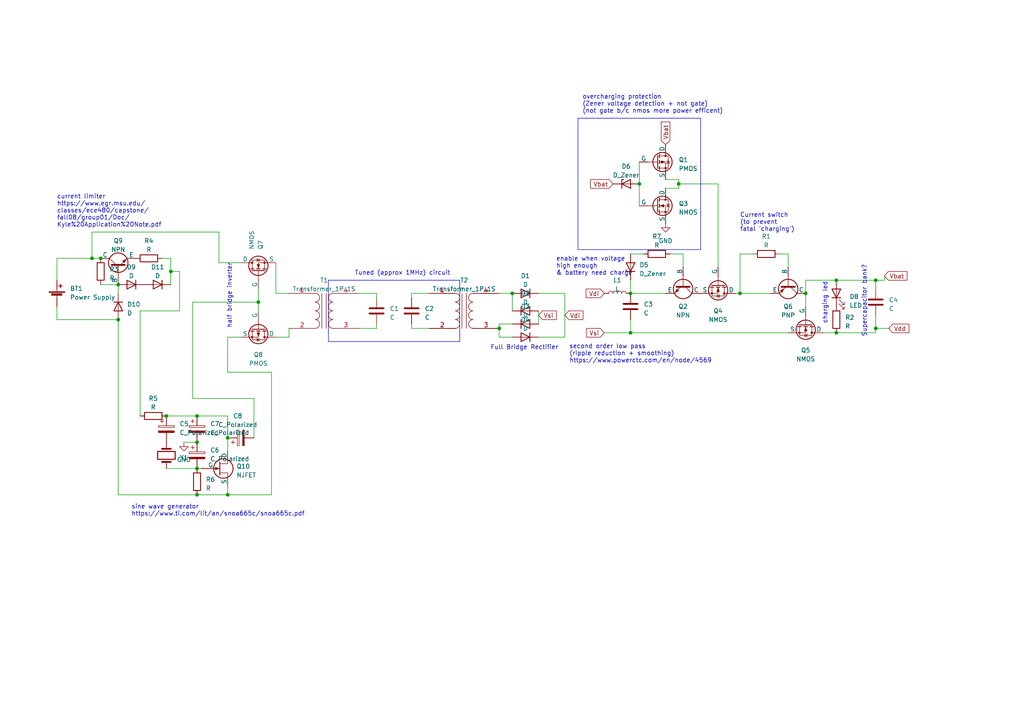
<source format=kicad_sch>
(kicad_sch (version 20230121) (generator eeschema)
  (paper "A4")
  (lib_symbols
    (symbol "Device:Battery_Cell" (pin_numbers hide) (pin_names (offset 0) hide)
      (property "Reference" "BT" (at 2.54 2.54 0))
      (property "Value" "Battery_Cell" (at 2.54 0 0))
      (symbol "Battery_Cell_0_1"
        (rectangle (start -2.286 1.778) (end 2.286 1.524) (fill (type outline)))
        (rectangle (start -1.5748 1.1938) (end 1.4732 0.6858) (fill (type outline)))
        (polyline (pts (xy 0 0.762) (xy 0 0)))
        (polyline (pts (xy 0 1.778) (xy 0 2.54)))
        (polyline (pts (xy 0.508 3.429) (xy 1.524 3.429)) (stroke (width 0.254)))
        (polyline (pts (xy 1.016 3.937) (xy 1.016 2.921)) (stroke (width 0.254)))
      )
      (symbol "Battery_Cell_1_1"
        (pin passive line (at 0 5.08 270) (length 2.54) (name "+") (number "1"))
        (pin passive line (at 0 -2.54 90) (length 2.54) (name "-") (number "2"))
      )
    )
    (symbol "Device:C" (pin_numbers hide) (pin_names (offset 0.254))
      (property "Reference" "C" (at 0.635 2.54 0))
      (property "Value" "C" (at 0.635 -2.54 0))
      (symbol "C_0_1"
        (polyline (pts (xy -2.032 -0.762) (xy 2.032 -0.762)) (stroke (width 0.508)))
        (polyline (pts (xy -2.032 0.762) (xy 2.032 0.762)) (stroke (width 0.508)))
      )
      (symbol "C_1_1"
        (pin passive line (at 0 3.81 270) (length 2.794) (name "~") (number "1"))
        (pin passive line (at 0 -3.81 90) (length 2.794) (name "~") (number "2"))
      )
    )
    (symbol "Device:C_Polarized" (pin_numbers hide) (pin_names (offset 0.254))
      (property "Reference" "C" (at 0.635 2.54 0))
      (property "Value" "C_Polarized" (at 0.635 -2.54 0))
      (symbol "C_Polarized_0_1"
        (rectangle (start -2.286 0.508) (end 2.286 1.016))
        (polyline (pts (xy -1.778 2.286) (xy -0.762 2.286)))
        (polyline (pts (xy -1.27 2.794) (xy -1.27 1.778)))
        (rectangle (start 2.286 -0.508) (end -2.286 -1.016) (fill (type outline)))
      )
      (symbol "C_Polarized_1_1"
        (pin passive line (at 0 3.81 270) (length 2.794) (name "~") (number "1"))
        (pin passive line (at 0 -3.81 90) (length 2.794) (name "~") (number "2"))
      )
    )
    (symbol "Device:Crystal" (pin_numbers hide) (pin_names (offset 1.016) hide)
      (property "Reference" "Y" (at 0 3.81 0))
      (property "Value" "Crystal" (at 0 -3.81 0))
      (symbol "Crystal_0_1"
        (rectangle (start -1.143 2.54) (end 1.143 -2.54) (stroke (width 0.3048)))
        (polyline (pts (xy -2.54 0) (xy -1.905 0)))
        (polyline (pts (xy -1.905 -1.27) (xy -1.905 1.27)) (stroke (width 0.508)))
        (polyline (pts (xy 1.905 -1.27) (xy 1.905 1.27)) (stroke (width 0.508)))
        (polyline (pts (xy 2.54 0) (xy 1.905 0)))
      )
      (symbol "Crystal_1_1"
        (pin passive line (at -3.81 0 0) (length 1.27) (name "1") (number "1"))
        (pin passive line (at 3.81 0 180) (length 1.27) (name "2") (number "2"))
      )
    )
    (symbol "Device:D" (pin_numbers hide) (pin_names (offset 1.016) hide)
      (property "Reference" "D" (at 0 2.54 0))
      (property "Value" "D" (at 0 -2.54 0))
      (symbol "D_0_1"
        (polyline (pts (xy -1.27 1.27) (xy -1.27 -1.27)) (stroke (width 0.254)))
        (polyline (pts (xy 1.27 0) (xy -1.27 0)))
        (polyline (pts (xy 1.27 1.27) (xy 1.27 -1.27) (xy -1.27 0) (xy 1.27 1.27)) (stroke (width 0.254)))
      )
      (symbol "D_1_1"
        (pin passive line (at -3.81 0 0) (length 2.54) (name "K") (number "1"))
        (pin passive line (at 3.81 0 180) (length 2.54) (name "A") (number "2"))
      )
    )
    (symbol "Device:D_Zener" (pin_numbers hide) (pin_names (offset 1.016) hide)
      (property "Reference" "D" (at 0 2.54 0))
      (property "Value" "D_Zener" (at 0 -2.54 0))
      (symbol "D_Zener_0_1"
        (polyline (pts (xy 1.27 0) (xy -1.27 0)))
        (polyline (pts (xy -1.27 -1.27) (xy -1.27 1.27) (xy -0.762 1.27)) (stroke (width 0.254)))
        (polyline (pts (xy 1.27 -1.27) (xy 1.27 1.27) (xy -1.27 0) (xy 1.27 -1.27)) (stroke (width 0.254)))
      )
      (symbol "D_Zener_1_1"
        (pin passive line (at -3.81 0 0) (length 2.54) (name "K") (number "1"))
        (pin passive line (at 3.81 0 180) (length 2.54) (name "A") (number "2"))
      )
    )
    (symbol "Device:L" (pin_numbers hide) (pin_names (offset 1.016) hide)
      (property "Reference" "L" (at -1.27 0 90))
      (property "Value" "L" (at 1.905 0 90))
      (symbol "L_0_1"
        (arc (start 0 -2.54) (mid 0.6323 -1.905) (end 0 -1.27))
        (arc (start 0 -1.27) (mid 0.6323 -0.635) (end 0 0))
        (arc (start 0 0) (mid 0.6323 0.635) (end 0 1.27))
        (arc (start 0 1.27) (mid 0.6323 1.905) (end 0 2.54))
      )
      (symbol "L_1_1"
        (pin passive line (at 0 3.81 270) (length 1.27) (name "1") (number "1"))
        (pin passive line (at 0 -3.81 90) (length 1.27) (name "2") (number "2"))
      )
    )
    (symbol "Device:LED" (pin_numbers hide) (pin_names (offset 1.016) hide)
      (property "Reference" "D" (at 0 2.54 0))
      (property "Value" "LED" (at 0 -2.54 0))
      (symbol "LED_0_1"
        (polyline (pts (xy -1.27 -1.27) (xy -1.27 1.27)) (stroke (width 0.254)))
        (polyline (pts (xy -1.27 0) (xy 1.27 0)))
        (polyline (pts (xy 1.27 -1.27) (xy 1.27 1.27) (xy -1.27 0) (xy 1.27 -1.27)) (stroke (width 0.254)))
        (polyline (pts (xy -3.048 -0.762) (xy -4.572 -2.286) (xy -3.81 -2.286) (xy -4.572 -2.286) (xy -4.572 -1.524)))
        (polyline (pts (xy -1.778 -0.762) (xy -3.302 -2.286) (xy -2.54 -2.286) (xy -3.302 -2.286) (xy -3.302 -1.524)))
      )
      (symbol "LED_1_1"
        (pin passive line (at -3.81 0 0) (length 2.54) (name "K") (number "1"))
        (pin passive line (at 3.81 0 180) (length 2.54) (name "A") (number "2"))
      )
    )
    (symbol "Device:R" (pin_numbers hide) (pin_names (offset 0))
      (property "Reference" "R" (at 2.032 0 90))
      (property "Value" "R" (at 0 0 90))
      (symbol "R_0_1"
        (rectangle (start -1.016 -2.54) (end 1.016 2.54) (stroke (width 0.254)))
      )
      (symbol "R_1_1"
        (pin passive line (at 0 3.81 270) (length 1.27) (name "~") (number "1"))
        (pin passive line (at 0 -3.81 90) (length 1.27) (name "~") (number "2"))
      )
    )
    (symbol "Device:Transformer_1P_1S" (pin_names (offset 1.016) hide)
      (property "Reference" "T" (at 0 6.35 0))
      (property "Value" "Transformer_1P_1S" (at 0 -7.62 0))
      (symbol "Transformer_1P_1S_0_1"
        (arc (start -2.54 -5.0546) (mid -1.6599 -4.6901) (end -1.27 -3.81))
        (arc (start -2.54 -2.5146) (mid -1.6599 -2.1501) (end -1.27 -1.27))
        (arc (start -2.54 0.0254) (mid -1.6599 0.3899) (end -1.27 1.27))
        (arc (start -2.54 2.5654) (mid -1.6599 2.9299) (end -1.27 3.81))
        (arc (start -1.27 -3.81) (mid -1.642 -2.912) (end -2.54 -2.54))
        (arc (start -1.27 -1.27) (mid -1.642 -0.372) (end -2.54 0))
        (arc (start -1.27 1.27) (mid -1.642 2.168) (end -2.54 2.54))
        (arc (start -1.27 3.81) (mid -1.642 4.708) (end -2.54 5.08))
        (polyline (pts (xy -0.635 5.08) (xy -0.635 -5.08)))
        (polyline (pts (xy 0.635 -5.08) (xy 0.635 5.08)))
        (arc (start 1.2954 -1.27) (mid 1.6599 -2.1501) (end 2.54 -2.5146))
        (arc (start 1.2954 1.27) (mid 1.6599 0.3899) (end 2.54 0.0254))
        (arc (start 1.2954 3.81) (mid 1.6599 2.9299) (end 2.54 2.5654))
        (arc (start 1.3208 -3.81) (mid 1.6853 -4.6901) (end 2.5654 -5.0546))
        (arc (start 2.54 0) (mid 1.642 -0.372) (end 1.2954 -1.27))
        (arc (start 2.54 2.54) (mid 1.642 2.168) (end 1.2954 1.27))
        (arc (start 2.54 5.08) (mid 1.642 4.708) (end 1.2954 3.81))
        (arc (start 2.5654 -2.54) (mid 1.6674 -2.912) (end 1.3208 -3.81))
      )
      (symbol "Transformer_1P_1S_1_1"
        (pin passive line (at -10.16 5.08 0) (length 7.62) (name "AA") (number "1"))
        (pin passive line (at -10.16 -5.08 0) (length 7.62) (name "AB") (number "2"))
        (pin passive line (at 10.16 -5.08 180) (length 7.62) (name "SA") (number "3"))
        (pin passive line (at 10.16 5.08 180) (length 7.62) (name "SB") (number "4"))
      )
    )
    (symbol "Simulation_SPICE:NJFET" (pin_numbers hide) (pin_names (offset 0))
      (property "Reference" "Q" (at 5.08 1.27 0))
      (property "Value" "NJFET" (at 5.08 -1.27 0))
      (symbol "NJFET_0_1"
        (polyline (pts (xy 0.254 1.905) (xy 0.254 -1.905) (xy 0.254 -1.905)) (stroke (width 0.254)))
        (polyline (pts (xy 2.54 -2.54) (xy 2.54 -1.27) (xy 0.254 -1.27)))
        (polyline (pts (xy 2.54 2.54) (xy 2.54 1.397) (xy 0.254 1.397)))
        (polyline (pts (xy 0 0) (xy -1.016 0.381) (xy -1.016 -0.381) (xy 0 0)) (fill (type outline)))
        (circle (center 1.27 0) (radius 2.8194) (stroke (width 0.254)))
      )
      (symbol "NJFET_1_1"
        (pin passive line (at 2.54 5.08 270) (length 2.54) (name "D") (number "1"))
        (pin input line (at -5.08 0 0) (length 5.334) (name "G") (number "2"))
        (pin passive line (at 2.54 -5.08 90) (length 2.54) (name "S") (number "3"))
      )
    )
    (symbol "Simulation_SPICE:NMOS" (pin_numbers hide) (pin_names (offset 0))
      (property "Reference" "Q" (at 5.08 1.27 0))
      (property "Value" "NMOS" (at 5.08 -1.27 0))
      (symbol "NMOS_0_1"
        (polyline (pts (xy 0.254 0) (xy -2.54 0)))
        (polyline (pts (xy 0.254 1.905) (xy 0.254 -1.905)) (stroke (width 0.254)))
        (polyline (pts (xy 0.762 -1.27) (xy 0.762 -2.286)) (stroke (width 0.254)))
        (polyline (pts (xy 0.762 0.508) (xy 0.762 -0.508)) (stroke (width 0.254)))
        (polyline (pts (xy 0.762 2.286) (xy 0.762 1.27)) (stroke (width 0.254)))
        (polyline (pts (xy 2.54 2.54) (xy 2.54 1.778)))
        (polyline (pts (xy 2.54 -2.54) (xy 2.54 0) (xy 0.762 0)))
        (polyline (pts (xy 0.762 -1.778) (xy 3.302 -1.778) (xy 3.302 1.778) (xy 0.762 1.778)))
        (polyline (pts (xy 1.016 0) (xy 2.032 0.381) (xy 2.032 -0.381) (xy 1.016 0)) (fill (type outline)))
        (polyline (pts (xy 2.794 0.508) (xy 2.921 0.381) (xy 3.683 0.381) (xy 3.81 0.254)))
        (polyline (pts (xy 3.302 0.381) (xy 2.921 -0.254) (xy 3.683 -0.254) (xy 3.302 0.381)))
        (circle (center 1.651 0) (radius 2.794) (stroke (width 0.254)))
        (circle (center 2.54 -1.778) (radius 0.254) (fill (type outline)))
        (circle (center 2.54 1.778) (radius 0.254) (fill (type outline)))
      )
      (symbol "NMOS_1_1"
        (pin passive line (at 2.54 5.08 270) (length 2.54) (name "D") (number "1"))
        (pin input line (at -5.08 0 0) (length 2.54) (name "G") (number "2"))
        (pin passive line (at 2.54 -5.08 90) (length 2.54) (name "S") (number "3"))
      )
    )
    (symbol "Simulation_SPICE:NPN" (pin_numbers hide) (pin_names (offset 0))
      (property "Reference" "Q" (at -2.54 7.62 0))
      (property "Value" "NPN" (at -2.54 5.08 0))
      (symbol "NPN_0_1"
        (polyline (pts (xy -2.54 0) (xy 0.635 0)) (stroke (width 0.1524)))
        (polyline (pts (xy 0.635 0.635) (xy 2.54 2.54)))
        (polyline (pts (xy 2.794 -1.27) (xy 2.794 -1.27)) (stroke (width 0.1524)))
        (polyline (pts (xy 2.794 -1.27) (xy 2.794 -1.27)) (stroke (width 0.1524)))
        (polyline (pts (xy 0.635 -0.635) (xy 2.54 -2.54) (xy 2.54 -2.54)))
        (polyline (pts (xy 0.635 1.905) (xy 0.635 -1.905) (xy 0.635 -1.905)) (stroke (width 0.508)))
        (polyline (pts (xy 1.27 -1.778) (xy 1.778 -1.27) (xy 2.286 -2.286) (xy 1.27 -1.778) (xy 1.27 -1.778)) (fill (type outline)))
        (circle (center 1.27 0) (radius 2.8194) (stroke (width 0.254)))
      )
      (symbol "NPN_1_1"
        (pin open_collector line (at 2.54 5.08 270) (length 2.54) (name "C") (number "1"))
        (pin input line (at -5.08 0 0) (length 2.54) (name "B") (number "2"))
        (pin open_emitter line (at 2.54 -5.08 90) (length 2.54) (name "E") (number "3"))
      )
    )
    (symbol "Simulation_SPICE:PMOS" (pin_numbers hide) (pin_names (offset 0))
      (property "Reference" "Q" (at 5.08 1.27 0))
      (property "Value" "PMOS" (at 5.08 -1.27 0))
      (symbol "PMOS_0_1"
        (polyline (pts (xy 0.254 0) (xy -2.54 0)))
        (polyline (pts (xy 0.254 1.905) (xy 0.254 -1.905)) (stroke (width 0.254)))
        (polyline (pts (xy 0.762 -1.27) (xy 0.762 -2.286)) (stroke (width 0.254)))
        (polyline (pts (xy 0.762 0.508) (xy 0.762 -0.508)) (stroke (width 0.254)))
        (polyline (pts (xy 0.762 2.286) (xy 0.762 1.27)) (stroke (width 0.254)))
        (polyline (pts (xy 2.54 2.54) (xy 2.54 1.778)))
        (polyline (pts (xy 2.54 -2.54) (xy 2.54 0) (xy 0.762 0)))
        (polyline (pts (xy 0.762 1.778) (xy 3.302 1.778) (xy 3.302 -1.778) (xy 0.762 -1.778)))
        (polyline (pts (xy 2.286 0) (xy 1.27 0.381) (xy 1.27 -0.381) (xy 2.286 0)) (fill (type outline)))
        (polyline (pts (xy 2.794 -0.508) (xy 2.921 -0.381) (xy 3.683 -0.381) (xy 3.81 -0.254)))
        (polyline (pts (xy 3.302 -0.381) (xy 2.921 0.254) (xy 3.683 0.254) (xy 3.302 -0.381)))
        (circle (center 1.651 0) (radius 2.794) (stroke (width 0.254)))
        (circle (center 2.54 -1.778) (radius 0.254) (fill (type outline)))
        (circle (center 2.54 1.778) (radius 0.254) (fill (type outline)))
      )
      (symbol "PMOS_1_1"
        (pin passive line (at 2.54 5.08 270) (length 2.54) (name "D") (number "1"))
        (pin input line (at -5.08 0 0) (length 2.54) (name "G") (number "2"))
        (pin passive line (at 2.54 -5.08 90) (length 2.54) (name "S") (number "3"))
      )
    )
    (symbol "Simulation_SPICE:PNP" (pin_numbers hide) (pin_names (offset 0))
      (property "Reference" "Q" (at -2.54 7.62 0))
      (property "Value" "PNP" (at -2.54 5.08 0))
      (symbol "PNP_0_1"
        (polyline (pts (xy -2.54 0) (xy 0.635 0)) (stroke (width 0.1524)))
        (polyline (pts (xy 0.635 0.635) (xy 2.54 2.54)))
        (polyline (pts (xy 0.635 -0.635) (xy 2.54 -2.54) (xy 2.54 -2.54)))
        (polyline (pts (xy 0.635 1.905) (xy 0.635 -1.905) (xy 0.635 -1.905)) (stroke (width 0.508)))
        (polyline (pts (xy 2.286 -1.778) (xy 1.778 -2.286) (xy 1.27 -1.27) (xy 2.286 -1.778) (xy 2.286 -1.778)) (fill (type outline)))
        (circle (center 1.27 0) (radius 2.8194) (stroke (width 0.254)))
      )
      (symbol "PNP_1_1"
        (pin open_collector line (at 2.54 5.08 270) (length 2.54) (name "C") (number "1"))
        (pin input line (at -5.08 0 0) (length 2.54) (name "B") (number "2"))
        (pin open_emitter line (at 2.54 -5.08 90) (length 2.54) (name "E") (number "3"))
      )
    )
    (symbol "power:GND" (power) (pin_names (offset 0))
      (property "Value" "GND" (at 0 -3.81 0))
      (symbol "GND_0_1"
        (polyline (pts (xy 0 0) (xy 0 -1.27) (xy 1.27 -1.27) (xy 0 -2.54) (xy -1.27 -1.27) (xy 0 -1.27)))
      )
      (symbol "GND_1_1"
        (pin power_in line (at 0 0 270) (length 0) hide (name "GND") (number "1"))
      )
    )
  )
  (junction (at 66.04 143.51))
  (junction (at 29.21 74.93))
  (junction (at 214.63 85.09))
  (junction (at 57.15 120.65))
  (junction (at 185.42 53.34))
  (junction (at 182.88 96.52))
  (junction (at 34.29 82.55))
  (junction (at 66.04 127))
  (junction (at 182.88 85.09))
  (junction (at 254 95.25))
  (junction (at 57.15 128.27))
  (junction (at 49.53 78.74))
  (junction (at 148.59 85.09))
  (junction (at 196.85 53.34))
  (junction (at 242.57 81.28))
  (junction (at 57.15 135.89))
  (junction (at 57.15 143.51))
  (junction (at 34.29 92.71))
  (junction (at 144.78 95.25))
  (junction (at 242.57 96.52))
  (junction (at 26.67 74.93))
  (junction (at 254 81.28))
  (junction (at 233.68 85.09))
  (junction (at 48.26 120.65))
  (junction (at 74.93 87.63))
  (wire (pts (xy 144.78 93.98) (xy 144.78 95.25)))
  (wire (pts (xy 57.15 135.89) (xy 58.42 135.89)))
  (wire (pts (xy 156.21 90.17) (xy 156.21 93.98)))
  (wire (pts (xy 214.63 85.09) (xy 223.52 85.09)))
  (wire (pts (xy 66.04 97.79) (xy 69.85 97.79)))
  (wire (pts (xy 238.76 96.52) (xy 242.57 96.52)))
  (wire (pts (xy 213.36 85.09) (xy 214.63 85.09)))
  (wire (pts (xy 66.04 143.51) (xy 57.15 143.51)))
  (wire (pts (xy 78.74 107.95) (xy 66.04 107.95)))
  (wire (pts (xy 34.29 92.71) (xy 34.29 143.51)))
  (wire (pts (xy 80.01 85.09) (xy 83.82 85.09)))
  (wire (pts (xy 256.54 81.28) (xy 256.54 80.01)))
  (wire (pts (xy 66.04 127) (xy 66.04 120.65)))
  (wire (pts (xy 182.88 96.52) (xy 228.6 96.52)))
  (wire (pts (xy 16.51 74.93) (xy 26.67 74.93)))
  (wire (pts (xy 52.07 90.17) (xy 52.07 78.74)))
  (wire (pts (xy 26.67 74.93) (xy 29.21 74.93)))
  (wire (pts (xy 80.01 76.2) (xy 80.01 85.09)))
  (wire (pts (xy 233.68 81.28) (xy 242.57 81.28)))
  (wire (pts (xy 242.57 81.28) (xy 254 81.28)))
  (wire (pts (xy 66.04 127) (xy 66.04 130.81)))
  (wire (pts (xy 119.38 85.09) (xy 124.46 85.09)))
  (wire (pts (xy 144.78 85.09) (xy 148.59 85.09)))
  (wire (pts (xy 124.46 95.25) (xy 119.38 95.25)))
  (wire (pts (xy 55.88 115.57) (xy 55.88 87.63)))
  (wire (pts (xy 182.88 85.09) (xy 193.04 85.09)))
  (wire (pts (xy 226.06 73.66) (xy 228.6 73.66)))
  (wire (pts (xy 119.38 86.36) (xy 119.38 85.09)))
  (wire (pts (xy 46.99 74.93) (xy 49.53 74.93)))
  (wire (pts (xy 104.14 95.25) (xy 109.22 95.25)))
  (wire (pts (xy 40.64 90.17) (xy 52.07 90.17)))
  (wire (pts (xy 29.21 82.55) (xy 34.29 82.55)))
  (wire (pts (xy 109.22 86.36) (xy 109.22 85.09)))
  (wire (pts (xy 26.67 67.31) (xy 63.5 67.31)))
  (wire (pts (xy 254 81.28) (xy 254 83.82)))
  (wire (pts (xy 109.22 85.09) (xy 104.14 85.09)))
  (wire (pts (xy 73.66 127) (xy 73.66 115.57)))
  (wire (pts (xy 254 95.25) (xy 254 96.52)))
  (wire (pts (xy 80.01 97.79) (xy 83.82 97.79)))
  (wire (pts (xy 144.78 97.79) (xy 144.78 95.25)))
  (wire (pts (xy 109.22 95.25) (xy 109.22 93.98)))
  (wire (pts (xy 196.85 52.07) (xy 196.85 53.34)))
  (wire (pts (xy 52.07 78.74) (xy 49.53 78.74)))
  (wire (pts (xy 66.04 140.97) (xy 66.04 143.51)))
  (wire (pts (xy 119.38 95.25) (xy 119.38 93.98)))
  (wire (pts (xy 55.88 87.63) (xy 74.93 87.63)))
  (wire (pts (xy 63.5 76.2) (xy 69.85 76.2)))
  (wire (pts (xy 182.88 81.28) (xy 182.88 85.09)))
  (wire (pts (xy 63.5 67.31) (xy 63.5 76.2)))
  (wire (pts (xy 40.64 120.65) (xy 40.64 90.17)))
  (wire (pts (xy 163.83 97.79) (xy 163.83 85.09)))
  (wire (pts (xy 16.51 92.71) (xy 34.29 92.71)))
  (wire (pts (xy 16.51 81.28) (xy 16.51 74.93)))
  (wire (pts (xy 185.42 46.99) (xy 185.42 53.34)))
  (wire (pts (xy 228.6 73.66) (xy 228.6 77.47)))
  (wire (pts (xy 196.85 54.61) (xy 193.04 54.61)))
  (wire (pts (xy 198.12 73.66) (xy 198.12 77.47)))
  (wire (pts (xy 34.29 82.55) (xy 34.29 85.09)))
  (wire (pts (xy 193.04 52.07) (xy 196.85 52.07)))
  (wire (pts (xy 254 81.28) (xy 256.54 81.28)))
  (wire (pts (xy 254 95.25) (xy 257.81 95.25)))
  (wire (pts (xy 66.04 120.65) (xy 57.15 120.65)))
  (wire (pts (xy 148.59 93.98) (xy 144.78 93.98)))
  (wire (pts (xy 66.04 107.95) (xy 66.04 97.79)))
  (wire (pts (xy 16.51 88.9) (xy 16.51 92.71)))
  (wire (pts (xy 182.88 73.66) (xy 186.69 73.66)))
  (wire (pts (xy 194.31 73.66) (xy 198.12 73.66)))
  (wire (pts (xy 148.59 97.79) (xy 144.78 97.79)))
  (wire (pts (xy 156.21 97.79) (xy 163.83 97.79)))
  (wire (pts (xy 148.59 85.09) (xy 148.59 90.17)))
  (wire (pts (xy 66.04 143.51) (xy 78.74 143.51)))
  (wire (pts (xy 182.88 96.52) (xy 175.26 96.52)))
  (wire (pts (xy 48.26 120.65) (xy 57.15 120.65)))
  (wire (pts (xy 26.67 74.93) (xy 26.67 67.31)))
  (wire (pts (xy 208.28 77.47) (xy 208.28 53.34)))
  (wire (pts (xy 208.28 53.34) (xy 196.85 53.34)))
  (wire (pts (xy 73.66 115.57) (xy 55.88 115.57)))
  (wire (pts (xy 34.29 143.51) (xy 57.15 143.51)))
  (wire (pts (xy 233.68 81.28) (xy 233.68 85.09)))
  (wire (pts (xy 163.83 85.09) (xy 156.21 85.09)))
  (wire (pts (xy 196.85 53.34) (xy 196.85 54.61)))
  (wire (pts (xy 185.42 53.34) (xy 185.42 59.69)))
  (wire (pts (xy 214.63 73.66) (xy 218.44 73.66)))
  (wire (pts (xy 254 91.44) (xy 254 95.25)))
  (wire (pts (xy 83.82 97.79) (xy 83.82 95.25)))
  (wire (pts (xy 78.74 143.51) (xy 78.74 107.95)))
  (wire (pts (xy 48.26 135.89) (xy 57.15 135.89)))
  (wire (pts (xy 74.93 87.63) (xy 74.93 83.82)))
  (wire (pts (xy 182.88 92.71) (xy 182.88 96.52)))
  (wire (pts (xy 74.93 87.63) (xy 74.93 90.17)))
  (wire (pts (xy 49.53 74.93) (xy 49.53 78.74)))
  (wire (pts (xy 49.53 78.74) (xy 49.53 82.55)))
  (wire (pts (xy 254 96.52) (xy 242.57 96.52)))
  (wire (pts (xy 233.68 85.09) (xy 233.68 88.9)))
  (wire (pts (xy 214.63 73.66) (xy 214.63 85.09)))
  (wire (pts (xy 53.34 128.27) (xy 57.15 128.27)))
  (rectangle (start 95.25 81.28) (end 133.35 99.06))
  (rectangle (start 167.64 34.29) (end 203.2 72.39))
  (text "Current switch\n(to prevent \nfatal 'charging')" (at 214.63 67.31 0) (effects (font (size 1.27 1.27)) (justify left bottom)))
  (text "second order low pass\n(ripple reduction + smoothing)\nhttps://www.powerctc.com/en/node/4569" (at 165.1 105.41 0) (effects (font (size 1.27 1.27)) (justify left bottom)))
  (text "half bridge inverter" (at 67.31 95.25 90) (effects (font (size 1.27 1.27)) (justify left bottom)))
  (text "sine wave generator\nhttps://www.ti.com/lit/an/snoa665c/snoa665c.pdf" (at 38.1 149.86 0) (effects (font (size 1.27 1.27)) (justify left bottom)))
  (text "Full Bridge Rectifier" (at 142.24 101.6 0) (effects (font (size 1.27 1.27)) (justify left bottom)))
  (text "charging led" (at 240.03 93.98 90) (effects (font (size 1.27 1.27)) (justify left bottom)))
  (text "overcharging protection\n(Zener voltage detection + not gate)\n(not gate b/c nmos more power efficent)" (at 168.91 33.02 0) (effects (font (size 1.27 1.27)) (justify left bottom)))
  (text "Supercapacitor bank?" (at 251.46 97.79 90) (effects (font (size 1.27 1.27)) (justify left bottom)))
  (text "enable when voltage \nhigh enough\n& battery need charge" (at 161.29 80.01 0) (effects (font (size 1.27 1.27)) (justify left bottom)))
  (text "current limiter\nhttps://www.egr.msu.edu/\nclasses/ece480/capstone/\nfall08/group01/Doc/\nKyle%20Application%20Note.pdf" (at 16.51 66.04 0) (effects (font (size 1.27 1.27)) (justify left bottom)))
  (text "Tuned (approx 1MHz) circuit" (at 102.87 80.01 0) (effects (font (size 1.27 1.27)) (justify left bottom)))
  (global_label "Vsi" (shape input) (at 156.21 91.44 0) (property "Intersheetrefs" "${INTERSHEET_REFS}" (effects hide)))
  (global_label "Vdi" (shape input) (at 175.26 85.09 180) (property "Intersheetrefs" "${INTERSHEET_REFS}" (effects hide)))
  (global_label "Vdi" (shape input) (at 163.83 91.44 0) (property "Intersheetrefs" "${INTERSHEET_REFS}" (effects hide)))
  (global_label "Vbat" (shape input) (at 177.8 53.34 180) (property "Intersheetrefs" "${INTERSHEET_REFS}" (effects hide)))
  (global_label "Vbat" (shape input) (at 193.04 41.91 90) (property "Intersheetrefs" "${INTERSHEET_REFS}" (effects hide)))
  (global_label "Vsi" (shape input) (at 175.26 96.52 180) (property "Intersheetrefs" "${INTERSHEET_REFS}" (effects hide)))
  (global_label "Vdd" (shape input) (at 257.81 95.25 0) (property "Intersheetrefs" "${INTERSHEET_REFS}" (effects hide)))
  (global_label "Vbat" (shape input) (at 256.54 80.01 0) (property "Intersheetrefs" "${INTERSHEET_REFS}" (effects hide)))
  (symbol (lib_id "Device:D_Zener") (at 181.61 53.34 0) (unit 1)
    (property "Reference" "D6" (at 181.61 48.26 0))
    (property "Value" "D_Zener" (at 181.61 50.8 0))
  )
  (symbol (lib_id "Device:D") (at 152.4 97.79 180) (unit 1)
    (property "Reference" "D4" (at 152.4 92.71 0))
    (property "Value" "D" (at 152.4 95.25 0))
    (property "Sim.Device" "D" (effects hide))
    (property "Sim.Pins" "1=K 2=A" (effects hide))
  )
  (symbol (lib_id "Device:C_Polarized") (at 57.15 132.08 0) (unit 1)
    (property "Reference" "C6" (at 60.96 130.556 0) (effects (justify left)))
    (property "Value" "C_Polarized" (at 60.96 133.096 0) (effects (justify left)))
  )
  (symbol (lib_id "Device:C_Polarized") (at 57.15 124.46 0) (unit 1)
    (property "Reference" "C7" (at 60.96 122.936 0) (effects (justify left)))
    (property "Value" "C_Polarized" (at 60.96 125.476 0) (effects (justify left)))
  )
  (symbol (lib_id "Simulation_SPICE:NMOS") (at 74.93 78.74 90) (unit 1)
    (property "Reference" "Q7" (at 75.565 72.39 0) (effects (justify left)))
    (property "Value" "NMOS" (at 73.025 72.39 0) (effects (justify left)))
    (property "Datasheet" "https://ngspice.sourceforge.io/docs/ngspice-manual.pdf" (effects hide))
    (property "Sim.Device" "NMOS" (effects hide))
    (property "Sim.Type" "VDMOS" (effects hide))
    (property "Sim.Pins" "1=D 2=G 3=S" (effects hide))
  )
  (symbol (lib_id "Device:C") (at 182.88 88.9 0) (unit 1)
    (property "Reference" "C3" (at 186.69 88.265 0) (effects (justify left)))
    (property "Value" "C" (at 186.69 90.805 0) (effects (justify left)))
  )
  (symbol (lib_id "Device:R") (at 242.57 92.71 0) (unit 1)
    (property "Reference" "R2" (at 245.11 92.075 0) (effects (justify left)))
    (property "Value" "R" (at 245.11 94.615 0) (effects (justify left)))
  )
  (symbol (lib_id "Simulation_SPICE:NMOS") (at 190.5 59.69 0) (unit 1)
    (property "Reference" "Q3" (at 196.85 59.055 0) (effects (justify left)))
    (property "Value" "NMOS" (at 196.85 61.595 0) (effects (justify left)))
    (property "Datasheet" "https://ngspice.sourceforge.io/docs/ngspice-manual.pdf" (effects hide))
    (property "Sim.Device" "NMOS" (effects hide))
    (property "Sim.Type" "VDMOS" (effects hide))
    (property "Sim.Pins" "1=D 2=G 3=S" (effects hide))
  )
  (symbol (lib_id "Device:D_Zener") (at 182.88 77.47 90) (unit 1)
    (property "Reference" "D5" (at 185.42 76.835 90) (effects (justify right)))
    (property "Value" "D_Zener" (at 185.42 79.375 90) (effects (justify right)))
  )
  (symbol (lib_id "Simulation_SPICE:NJFET") (at 63.5 135.89 0) (unit 1)
    (property "Reference" "Q10" (at 68.58 135.255 0) (effects (justify left)))
    (property "Value" "NJFET" (at 68.58 137.795 0) (effects (justify left)))
    (property "Sim.Device" "NJFET" (effects hide))
    (property "Sim.Type" "SHICHMANHODGES" (effects hide))
    (property "Sim.Pins" "1=D 2=G 3=S" (effects hide))
  )
  (symbol (lib_id "Device:D") (at 152.4 90.17 0) (unit 1)
    (property "Reference" "D2" (at 152.4 85.09 0))
    (property "Value" "D" (at 152.4 87.63 0))
    (property "Sim.Device" "D" (effects hide))
    (property "Sim.Pins" "1=K 2=A" (effects hide))
  )
  (symbol (lib_id "Simulation_SPICE:NMOS") (at 233.68 93.98 270) (unit 1)
    (property "Reference" "Q5" (at 233.68 101.6 90))
    (property "Value" "NMOS" (at 233.68 104.14 90))
    (property "Datasheet" "https://ngspice.sourceforge.io/docs/ngspice-manual.pdf" (effects hide))
    (property "Sim.Device" "NMOS" (effects hide))
    (property "Sim.Type" "VDMOS" (effects hide))
    (property "Sim.Pins" "1=D 2=G 3=S" (effects hide))
  )
  (symbol (lib_id "Device:C_Polarized") (at 48.26 124.46 0) (unit 1)
    (property "Reference" "C5" (at 52.07 122.936 0) (effects (justify left)))
    (property "Value" "C_Polarized" (at 52.07 125.476 0) (effects (justify left)))
  )
  (symbol (lib_id "Device:C") (at 119.38 90.17 0) (unit 1)
    (property "Reference" "C2" (at 123.19 89.535 0) (effects (justify left)))
    (property "Value" "C" (at 123.19 92.075 0) (effects (justify left)))
  )
  (symbol (lib_id "Device:R") (at 29.21 78.74 0) (unit 1)
    (property "Reference" "R3" (at 31.75 78.105 0) (effects (justify left)))
    (property "Value" "R" (at 31.75 80.645 0) (effects (justify left)))
  )
  (symbol (lib_id "Simulation_SPICE:NPN") (at 198.12 82.55 270) (unit 1)
    (property "Reference" "Q2" (at 198.12 88.9 90))
    (property "Value" "NPN" (at 198.12 91.44 90))
    (property "Sim.Device" "NPN" (effects hide))
    (property "Sim.Type" "GUMMELPOON" (effects hide))
    (property "Sim.Pins" "1=C 2=B 3=E" (effects hide))
  )
  (symbol (lib_id "Device:R") (at 222.25 73.66 90) (unit 1)
    (property "Reference" "R1" (at 222.25 68.58 90))
    (property "Value" "R" (at 222.25 71.12 90))
  )
  (symbol (lib_id "Device:D") (at 152.4 93.98 0) (unit 1)
    (property "Reference" "D3" (at 152.4 88.9 0))
    (property "Value" "D" (at 152.4 91.44 0))
    (property "Sim.Device" "D" (effects hide))
    (property "Sim.Pins" "1=K 2=A" (effects hide))
  )
  (symbol (lib_id "Simulation_SPICE:NPN") (at 34.29 77.47 90) (unit 1)
    (property "Reference" "Q9" (at 34.29 69.85 90))
    (property "Value" "NPN" (at 34.29 72.39 90))
    (property "Sim.Device" "NPN" (effects hide))
    (property "Sim.Type" "GUMMELPOON" (effects hide))
    (property "Sim.Pins" "1=C 2=B 3=E" (effects hide))
  )
  (symbol (lib_id "Device:Transformer_1P_1S") (at 93.98 90.17 0) (unit 1)
    (property "Reference" "T1" (at 93.9927 81.28 0))
    (property "Value" "Transformer_1P_1S" (at 93.9927 83.82 0))
  )
  (symbol (lib_id "Device:R") (at 57.15 139.7 180) (unit 1)
    (property "Reference" "R6" (at 59.69 139.065 0) (effects (justify right)))
    (property "Value" "R" (at 59.69 141.605 0) (effects (justify right)))
  )
  (symbol (lib_id "Simulation_SPICE:PMOS") (at 74.93 95.25 270) (unit 1)
    (property "Reference" "Q8" (at 74.93 102.87 90))
    (property "Value" "PMOS" (at 74.93 105.41 90))
    (property "Datasheet" "https://ngspice.sourceforge.io/docs/ngspice-manual.pdf" (effects hide))
    (property "Sim.Device" "PMOS" (effects hide))
    (property "Sim.Type" "VDMOS" (effects hide))
    (property "Sim.Pins" "1=D 2=G 3=S" (effects hide))
  )
  (symbol (lib_id "Device:LED") (at 242.57 85.09 90) (unit 1)
    (property "Reference" "D8" (at 246.38 86.0425 90) (effects (justify right)))
    (property "Value" "LED" (at 246.38 88.5825 90) (effects (justify right)))
  )
  (symbol (lib_id "Device:Battery_Cell") (at 16.51 86.36 0) (unit 1)
    (property "Reference" "BT1" (at 20.32 83.693 0) (effects (justify left)))
    (property "Value" "Power Supply" (at 20.32 86.233 0) (effects (justify left)))
  )
  (symbol (lib_id "Device:R") (at 43.18 74.93 90) (unit 1)
    (property "Reference" "R4" (at 43.18 69.85 90))
    (property "Value" "R" (at 43.18 72.39 90))
  )
  (symbol (lib_id "Device:Crystal") (at 48.26 132.08 270) (mirror x) (unit 1)
    (property "Reference" "Y1" (at 52.07 132.715 90) (effects (justify left)))
    (property "Value" "Crystal" (effects hide))
  )
  (symbol (lib_id "power:GND") (at 53.34 128.27 0) (unit 1)
    (property "Reference" "#PWR01" (effects hide))
    (property "Value" "GND" (at 53.34 133.35 0))
  )
  (symbol (lib_id "Simulation_SPICE:PMOS") (at 190.5 46.99 0) (unit 1)
    (property "Reference" "Q1" (at 196.85 46.355 0) (effects (justify left)))
    (property "Value" "PMOS" (at 196.85 48.895 0) (effects (justify left)))
    (property "Datasheet" "https://ngspice.sourceforge.io/docs/ngspice-manual.pdf" (effects hide))
    (property "Sim.Device" "PMOS" (effects hide))
    (property "Sim.Type" "VDMOS" (effects hide))
    (property "Sim.Pins" "1=D 2=G 3=S" (effects hide))
  )
  (symbol (lib_id "Device:R") (at 44.45 120.65 90) (unit 1)
    (property "Reference" "R5" (at 44.45 115.57 90))
    (property "Value" "R" (at 44.45 118.11 90))
  )
  (symbol (lib_id "Device:L") (at 179.07 85.09 90) (unit 1)
    (property "Reference" "L1" (at 179.07 81.28 90))
    (property "Value" "L" (at 179.07 83.82 90))
  )
  (symbol (lib_id "Device:D") (at 34.29 88.9 270) (unit 1)
    (property "Reference" "D10" (at 36.83 88.265 90) (effects (justify left)))
    (property "Value" "D" (at 36.83 90.805 90) (effects (justify left)))
    (property "Sim.Device" "D" (effects hide))
    (property "Sim.Pins" "1=K 2=A" (effects hide))
  )
  (symbol (lib_id "Device:D") (at 38.1 82.55 180) (unit 1)
    (property "Reference" "D9" (at 38.1 77.47 0))
    (property "Value" "D" (at 38.1 80.01 0))
    (property "Sim.Device" "D" (effects hide))
    (property "Sim.Pins" "1=K 2=A" (effects hide))
  )
  (symbol (lib_id "Device:D") (at 152.4 85.09 180) (unit 1)
    (property "Reference" "D1" (at 152.4 80.01 0))
    (property "Value" "D" (at 152.4 82.55 0))
    (property "Sim.Device" "D" (effects hide))
    (property "Sim.Pins" "1=K 2=A" (effects hide))
  )
  (symbol (lib_id "power:GND") (at 193.04 64.77 0) (unit 1)
    (property "Reference" "#PWR03" (effects hide))
    (property "Value" "GND" (at 193.04 69.85 0))
  )
  (symbol (lib_id "Device:D") (at 45.72 82.55 180) (unit 1)
    (property "Reference" "D11" (at 45.72 77.47 0))
    (property "Value" "D" (at 45.72 80.01 0))
    (property "Sim.Device" "D" (effects hide))
    (property "Sim.Pins" "1=K 2=A" (effects hide))
  )
  (symbol (lib_id "Device:Transformer_1P_1S") (at 134.62 90.17 0) (unit 1)
    (property "Reference" "T2" (at 134.6327 81.28 0))
    (property "Value" "Transformer_1P_1S" (at 134.6327 83.82 0))
  )
  (symbol (lib_id "Device:C_Polarized") (at 69.85 127 90) (unit 1)
    (property "Reference" "C8" (at 68.961 120.65 90))
    (property "Value" "C_Polarized" (at 68.961 123.19 90))
  )
  (symbol (lib_id "Device:C") (at 109.22 90.17 0) (unit 1)
    (property "Reference" "C1" (at 113.03 89.535 0) (effects (justify left)))
    (property "Value" "C" (at 113.03 92.075 0) (effects (justify left)))
  )
  (symbol (lib_id "Simulation_SPICE:NMOS") (at 208.28 82.55 270) (unit 1)
    (property "Reference" "Q4" (at 208.28 90.17 90))
    (property "Value" "NMOS" (at 208.28 92.71 90))
    (property "Datasheet" "https://ngspice.sourceforge.io/docs/ngspice-manual.pdf" (effects hide))
    (property "Sim.Device" "NMOS" (effects hide))
    (property "Sim.Type" "VDMOS" (effects hide))
    (property "Sim.Pins" "1=D 2=G 3=S" (effects hide))
  )
  (symbol (lib_id "Device:C") (at 254 87.63 0) (unit 1)
    (property "Reference" "C4" (at 257.81 86.995 0) (effects (justify left)))
    (property "Value" "C" (at 257.81 89.535 0) (effects (justify left)))
  )
  (symbol (lib_id "Simulation_SPICE:PNP") (at 228.6 82.55 270) (unit 1)
    (property "Reference" "Q6" (at 228.6 88.9 90))
    (property "Value" "PNP" (at 228.6 91.44 90))
    (property "Sim.Device" "PNP" (effects hide))
    (property "Sim.Type" "GUMMELPOON" (effects hide))
    (property "Sim.Pins" "1=C 2=B 3=E" (effects hide))
  )
  (symbol (lib_id "Device:R") (at 190.5 73.66 90) (unit 1)
    (property "Reference" "R7" (at 190.5 68.58 90))
    (property "Value" "R" (at 190.5 71.12 90))
  )
)
</source>
